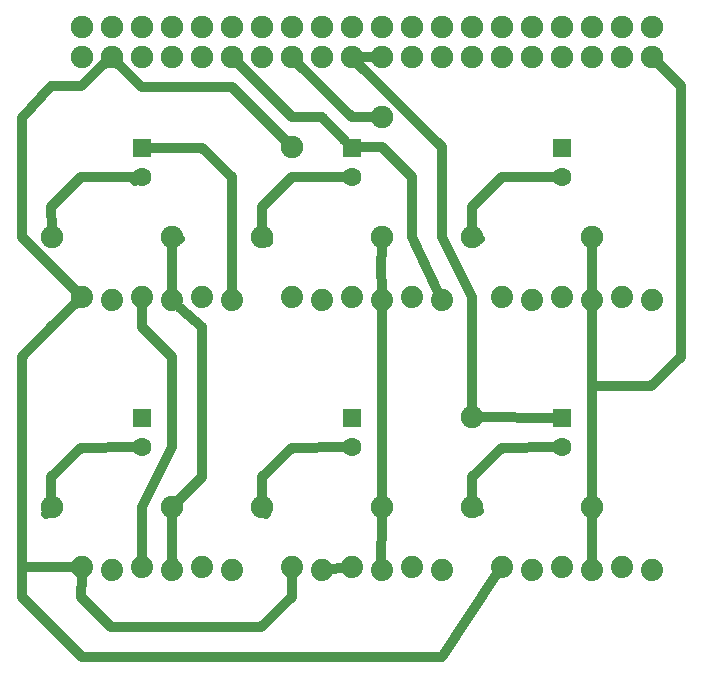
<source format=gbl>
G04 MADE WITH FRITZING*
G04 WWW.FRITZING.ORG*
G04 DOUBLE SIDED*
G04 HOLES PLATED*
G04 CONTOUR ON CENTER OF CONTOUR VECTOR*
%ASAXBY*%
%FSLAX23Y23*%
%MOIN*%
%OFA0B0*%
%SFA1.0B1.0*%
%ADD10C,0.075000*%
%ADD11C,0.062992*%
%ADD12C,0.074000*%
%ADD13C,0.075433*%
%ADD14C,0.074667*%
%ADD15C,0.074695*%
%ADD16R,0.062992X0.062992*%
%ADD17C,0.032000*%
%LNCOPPER0*%
G90*
G70*
G54D10*
X1686Y668D03*
X2086Y668D03*
X986Y668D03*
X1386Y668D03*
X286Y668D03*
X686Y668D03*
X986Y1568D03*
X1386Y1568D03*
X286Y1568D03*
X686Y1568D03*
X1686Y1568D03*
X2086Y1568D03*
G54D11*
X1286Y966D03*
X1286Y868D03*
X1986Y966D03*
X1986Y868D03*
X586Y966D03*
X586Y868D03*
X1986Y1866D03*
X1986Y1768D03*
X1286Y1866D03*
X1286Y1768D03*
X586Y1866D03*
X586Y1768D03*
G54D12*
X886Y1358D03*
X786Y1368D03*
X686Y1358D03*
X586Y1368D03*
X486Y1358D03*
X386Y1368D03*
X1586Y1358D03*
X1486Y1368D03*
X1386Y1358D03*
X1286Y1368D03*
X1186Y1358D03*
X1086Y1368D03*
X2286Y1358D03*
X2186Y1368D03*
X2086Y1358D03*
X1986Y1368D03*
X1886Y1358D03*
X1786Y1368D03*
X886Y458D03*
X786Y468D03*
X686Y458D03*
X586Y468D03*
X486Y458D03*
X386Y468D03*
X1586Y458D03*
X1486Y468D03*
X1386Y458D03*
X1286Y468D03*
X1186Y458D03*
X1086Y468D03*
X2286Y458D03*
X2186Y468D03*
X2086Y458D03*
X1986Y468D03*
X1886Y458D03*
X1786Y468D03*
G54D13*
X1386Y1968D03*
X1686Y968D03*
X1086Y1868D03*
G54D14*
X386Y2168D03*
X486Y2168D03*
X586Y2168D03*
X686Y2168D03*
G54D15*
X786Y2168D03*
G54D14*
X886Y2168D03*
X986Y2168D03*
X1086Y2168D03*
X1186Y2168D03*
G54D15*
X1286Y2168D03*
G54D14*
X1386Y2168D03*
G54D15*
X1486Y2168D03*
G54D14*
X1586Y2168D03*
X1686Y2168D03*
X1786Y2168D03*
X1886Y2168D03*
G54D15*
X1986Y2168D03*
G54D14*
X2086Y2168D03*
X2186Y2168D03*
X2286Y2168D03*
X2286Y2268D03*
X2186Y2268D03*
X2086Y2268D03*
G54D15*
X1986Y2268D03*
G54D14*
X1886Y2268D03*
X1786Y2268D03*
X1686Y2268D03*
X1586Y2268D03*
G54D15*
X1486Y2268D03*
G54D14*
X1386Y2268D03*
G54D15*
X1286Y2268D03*
G54D14*
X1186Y2268D03*
X1086Y2268D03*
X986Y2268D03*
X886Y2268D03*
G54D15*
X786Y2268D03*
G54D14*
X686Y2268D03*
X586Y2268D03*
X486Y2268D03*
X386Y2268D03*
G54D16*
X1286Y966D03*
X1986Y966D03*
X586Y966D03*
X1986Y1866D03*
X1286Y1866D03*
X586Y1866D03*
G54D17*
X2086Y667D02*
X2086Y489D01*
D02*
X2093Y640D02*
X2086Y667D01*
D02*
X1688Y767D02*
X1788Y866D01*
D02*
X1688Y667D02*
X1688Y767D01*
D02*
X1788Y866D02*
X1959Y868D01*
D02*
X1712Y656D02*
X1688Y667D01*
D02*
X1086Y866D02*
X1259Y868D01*
D02*
X987Y667D02*
X987Y767D01*
D02*
X987Y767D02*
X1086Y866D01*
D02*
X1002Y644D02*
X987Y667D01*
D02*
X385Y866D02*
X559Y868D01*
D02*
X285Y767D02*
X385Y866D01*
D02*
X285Y667D02*
X285Y767D01*
D02*
X268Y646D02*
X285Y667D01*
D02*
X688Y468D02*
X686Y639D01*
D02*
X692Y488D02*
X688Y468D01*
D02*
X1385Y468D02*
X1386Y639D01*
D02*
X1383Y489D02*
X1385Y468D01*
D02*
X688Y1567D02*
X714Y1562D01*
D02*
X686Y1389D02*
X688Y1567D01*
D02*
X584Y1767D02*
X563Y1754D01*
D02*
X285Y1667D02*
X385Y1767D01*
D02*
X385Y1767D02*
X584Y1767D01*
D02*
X286Y1596D02*
X285Y1667D01*
D02*
X987Y1567D02*
X987Y1667D01*
D02*
X1086Y1767D02*
X1259Y1768D01*
D02*
X987Y1667D02*
X1086Y1767D01*
D02*
X1009Y1551D02*
X987Y1567D01*
D02*
X1688Y1667D02*
X1788Y1767D01*
D02*
X1788Y1767D02*
X1959Y1768D01*
D02*
X1688Y1567D02*
X1688Y1667D01*
D02*
X1714Y1562D02*
X1688Y1567D01*
D02*
X1486Y1567D02*
X1570Y1391D01*
D02*
X1386Y1868D02*
X1487Y1768D01*
D02*
X1313Y1867D02*
X1386Y1868D01*
D02*
X887Y1767D02*
X886Y1389D01*
D02*
X787Y1866D02*
X887Y1767D01*
D02*
X613Y1866D02*
X787Y1866D01*
D02*
X1386Y696D02*
X1386Y1327D01*
D02*
X1385Y1468D02*
X1386Y1539D01*
D02*
X1386Y1389D02*
X1385Y1468D01*
D02*
X2086Y696D02*
X2086Y1327D01*
D02*
X710Y692D02*
X786Y768D01*
D02*
X2086Y1070D02*
X2086Y1539D01*
D02*
X2385Y1169D02*
X2285Y1070D01*
D02*
X2385Y2070D02*
X2385Y1169D01*
D02*
X2310Y2145D02*
X2385Y2070D01*
D02*
X2285Y1070D02*
X2086Y1070D01*
D02*
X286Y1468D02*
X364Y1390D01*
D02*
X186Y1966D02*
X187Y1567D01*
D02*
X187Y1567D02*
X286Y1468D01*
D02*
X285Y2070D02*
X186Y1966D01*
D02*
X385Y2070D02*
X285Y2070D01*
D02*
X462Y2145D02*
X385Y2070D01*
D02*
X985Y267D02*
X1086Y368D01*
D02*
X484Y269D02*
X985Y267D01*
D02*
X385Y368D02*
X484Y269D01*
D02*
X386Y437D02*
X385Y368D01*
D02*
X1086Y1968D02*
X1186Y1967D01*
D02*
X910Y2144D02*
X1086Y1968D01*
D02*
X1186Y1967D02*
X1263Y1889D01*
D02*
X1112Y2141D02*
X1286Y1967D01*
D02*
X1286Y1967D02*
X1352Y1968D01*
D02*
X1318Y2168D02*
X1354Y2168D01*
D02*
X1959Y966D02*
X1715Y968D01*
D02*
X509Y2144D02*
X587Y2067D01*
D02*
X587Y2067D02*
X886Y2067D01*
D02*
X886Y2067D02*
X1066Y1888D01*
D02*
X355Y468D02*
X186Y468D01*
D02*
X186Y468D02*
X186Y568D01*
D02*
X186Y568D02*
X187Y1167D01*
D02*
X187Y1167D02*
X286Y1270D01*
D02*
X286Y1270D02*
X364Y1346D01*
D02*
X1769Y442D02*
X1586Y168D01*
D02*
X1586Y168D02*
X386Y168D01*
D02*
X386Y168D02*
X186Y368D01*
D02*
X186Y368D02*
X186Y468D01*
D02*
X186Y468D02*
X355Y468D01*
D02*
X1217Y461D02*
X1255Y465D01*
D02*
X586Y1331D02*
X586Y1267D01*
D02*
X686Y1167D02*
X686Y868D01*
D02*
X586Y1267D02*
X686Y1167D01*
D02*
X686Y868D02*
X586Y668D01*
D02*
X586Y668D02*
X586Y505D01*
D02*
X1086Y368D02*
X1086Y437D01*
D02*
X1586Y1868D02*
X1309Y2145D01*
D02*
X1587Y1868D02*
X1587Y1567D01*
D02*
X1587Y1567D02*
X1586Y1868D01*
D02*
X1587Y1567D02*
X1587Y1868D01*
D02*
X1686Y1369D02*
X1587Y1567D01*
D02*
X1686Y1167D02*
X1686Y1369D01*
D02*
X1686Y997D02*
X1686Y1167D01*
D02*
X1486Y1767D02*
X1486Y1567D01*
D02*
X1487Y1768D02*
X1486Y1767D01*
D02*
X786Y1267D02*
X713Y1333D01*
D02*
X786Y768D02*
X786Y1267D01*
G04 End of Copper0*
M02*
</source>
